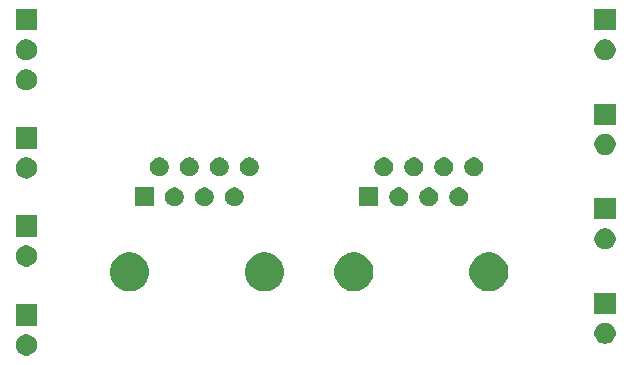
<source format=gbr>
G04 #@! TF.GenerationSoftware,KiCad,Pcbnew,5.1.5-52549c5~84~ubuntu18.04.1*
G04 #@! TF.CreationDate,2020-03-03T19:20:35-07:00*
G04 #@! TF.ProjectId,transmitter-test,7472616e-736d-4697-9474-65722d746573,rev?*
G04 #@! TF.SameCoordinates,Original*
G04 #@! TF.FileFunction,Soldermask,Bot*
G04 #@! TF.FilePolarity,Negative*
%FSLAX46Y46*%
G04 Gerber Fmt 4.6, Leading zero omitted, Abs format (unit mm)*
G04 Created by KiCad (PCBNEW 5.1.5-52549c5~84~ubuntu18.04.1) date 2020-03-03 19:20:35*
%MOMM*%
%LPD*%
G04 APERTURE LIST*
%ADD10C,0.100000*%
G04 APERTURE END LIST*
D10*
G36*
X88113512Y-94643927D02*
G01*
X88262812Y-94673624D01*
X88426784Y-94741544D01*
X88574354Y-94840147D01*
X88699853Y-94965646D01*
X88798456Y-95113216D01*
X88866376Y-95277188D01*
X88892072Y-95406375D01*
X88898960Y-95441000D01*
X88901000Y-95451259D01*
X88901000Y-95628741D01*
X88866376Y-95802812D01*
X88798456Y-95966784D01*
X88699853Y-96114354D01*
X88574354Y-96239853D01*
X88426784Y-96338456D01*
X88262812Y-96406376D01*
X88113512Y-96436073D01*
X88088742Y-96441000D01*
X87911258Y-96441000D01*
X87886488Y-96436073D01*
X87737188Y-96406376D01*
X87573216Y-96338456D01*
X87425646Y-96239853D01*
X87300147Y-96114354D01*
X87201544Y-95966784D01*
X87133624Y-95802812D01*
X87099000Y-95628741D01*
X87099000Y-95451259D01*
X87101041Y-95441000D01*
X87107928Y-95406375D01*
X87133624Y-95277188D01*
X87201544Y-95113216D01*
X87300147Y-94965646D01*
X87425646Y-94840147D01*
X87573216Y-94741544D01*
X87737188Y-94673624D01*
X87886488Y-94643927D01*
X87911258Y-94639000D01*
X88088742Y-94639000D01*
X88113512Y-94643927D01*
G37*
G36*
X137113512Y-93643927D02*
G01*
X137262812Y-93673624D01*
X137426784Y-93741544D01*
X137574354Y-93840147D01*
X137699853Y-93965646D01*
X137798456Y-94113216D01*
X137866376Y-94277188D01*
X137896073Y-94426488D01*
X137901000Y-94451258D01*
X137901000Y-94628742D01*
X137896073Y-94653512D01*
X137866376Y-94802812D01*
X137798456Y-94966784D01*
X137699853Y-95114354D01*
X137574354Y-95239853D01*
X137426784Y-95338456D01*
X137262812Y-95406376D01*
X137113512Y-95436073D01*
X137088742Y-95441000D01*
X136911258Y-95441000D01*
X136886488Y-95436073D01*
X136737188Y-95406376D01*
X136573216Y-95338456D01*
X136425646Y-95239853D01*
X136300147Y-95114354D01*
X136201544Y-94966784D01*
X136133624Y-94802812D01*
X136103927Y-94653512D01*
X136099000Y-94628742D01*
X136099000Y-94451258D01*
X136103927Y-94426488D01*
X136133624Y-94277188D01*
X136201544Y-94113216D01*
X136300147Y-93965646D01*
X136425646Y-93840147D01*
X136573216Y-93741544D01*
X136737188Y-93673624D01*
X136886488Y-93643927D01*
X136911258Y-93639000D01*
X137088742Y-93639000D01*
X137113512Y-93643927D01*
G37*
G36*
X88901000Y-93901000D02*
G01*
X87099000Y-93901000D01*
X87099000Y-92099000D01*
X88901000Y-92099000D01*
X88901000Y-93901000D01*
G37*
G36*
X137901000Y-92901000D02*
G01*
X136099000Y-92901000D01*
X136099000Y-91099000D01*
X137901000Y-91099000D01*
X137901000Y-92901000D01*
G37*
G36*
X116084593Y-87737188D02*
G01*
X116211579Y-87762447D01*
X116512042Y-87886903D01*
X116782451Y-88067585D01*
X117012415Y-88297549D01*
X117193097Y-88567958D01*
X117317553Y-88868421D01*
X117381000Y-89187391D01*
X117381000Y-89512609D01*
X117317553Y-89831579D01*
X117193097Y-90132042D01*
X117012415Y-90402451D01*
X116782451Y-90632415D01*
X116512042Y-90813097D01*
X116211579Y-90937553D01*
X116105256Y-90958702D01*
X115892611Y-91001000D01*
X115567389Y-91001000D01*
X115354744Y-90958702D01*
X115248421Y-90937553D01*
X114947958Y-90813097D01*
X114677549Y-90632415D01*
X114447585Y-90402451D01*
X114266903Y-90132042D01*
X114142447Y-89831579D01*
X114079000Y-89512609D01*
X114079000Y-89187391D01*
X114142447Y-88868421D01*
X114266903Y-88567958D01*
X114447585Y-88297549D01*
X114677549Y-88067585D01*
X114947958Y-87886903D01*
X115248421Y-87762447D01*
X115375407Y-87737188D01*
X115567389Y-87699000D01*
X115892611Y-87699000D01*
X116084593Y-87737188D01*
G37*
G36*
X108514593Y-87737188D02*
G01*
X108641579Y-87762447D01*
X108942042Y-87886903D01*
X109212451Y-88067585D01*
X109442415Y-88297549D01*
X109623097Y-88567958D01*
X109747553Y-88868421D01*
X109811000Y-89187391D01*
X109811000Y-89512609D01*
X109747553Y-89831579D01*
X109623097Y-90132042D01*
X109442415Y-90402451D01*
X109212451Y-90632415D01*
X108942042Y-90813097D01*
X108641579Y-90937553D01*
X108535256Y-90958702D01*
X108322611Y-91001000D01*
X107997389Y-91001000D01*
X107784744Y-90958702D01*
X107678421Y-90937553D01*
X107377958Y-90813097D01*
X107107549Y-90632415D01*
X106877585Y-90402451D01*
X106696903Y-90132042D01*
X106572447Y-89831579D01*
X106509000Y-89512609D01*
X106509000Y-89187391D01*
X106572447Y-88868421D01*
X106696903Y-88567958D01*
X106877585Y-88297549D01*
X107107549Y-88067585D01*
X107377958Y-87886903D01*
X107678421Y-87762447D01*
X107805407Y-87737188D01*
X107997389Y-87699000D01*
X108322611Y-87699000D01*
X108514593Y-87737188D01*
G37*
G36*
X97084593Y-87737188D02*
G01*
X97211579Y-87762447D01*
X97512042Y-87886903D01*
X97782451Y-88067585D01*
X98012415Y-88297549D01*
X98193097Y-88567958D01*
X98317553Y-88868421D01*
X98381000Y-89187391D01*
X98381000Y-89512609D01*
X98317553Y-89831579D01*
X98193097Y-90132042D01*
X98012415Y-90402451D01*
X97782451Y-90632415D01*
X97512042Y-90813097D01*
X97211579Y-90937553D01*
X97105256Y-90958702D01*
X96892611Y-91001000D01*
X96567389Y-91001000D01*
X96354744Y-90958702D01*
X96248421Y-90937553D01*
X95947958Y-90813097D01*
X95677549Y-90632415D01*
X95447585Y-90402451D01*
X95266903Y-90132042D01*
X95142447Y-89831579D01*
X95079000Y-89512609D01*
X95079000Y-89187391D01*
X95142447Y-88868421D01*
X95266903Y-88567958D01*
X95447585Y-88297549D01*
X95677549Y-88067585D01*
X95947958Y-87886903D01*
X96248421Y-87762447D01*
X96375407Y-87737188D01*
X96567389Y-87699000D01*
X96892611Y-87699000D01*
X97084593Y-87737188D01*
G37*
G36*
X127514593Y-87737188D02*
G01*
X127641579Y-87762447D01*
X127942042Y-87886903D01*
X128212451Y-88067585D01*
X128442415Y-88297549D01*
X128623097Y-88567958D01*
X128747553Y-88868421D01*
X128811000Y-89187391D01*
X128811000Y-89512609D01*
X128747553Y-89831579D01*
X128623097Y-90132042D01*
X128442415Y-90402451D01*
X128212451Y-90632415D01*
X127942042Y-90813097D01*
X127641579Y-90937553D01*
X127535256Y-90958702D01*
X127322611Y-91001000D01*
X126997389Y-91001000D01*
X126784744Y-90958702D01*
X126678421Y-90937553D01*
X126377958Y-90813097D01*
X126107549Y-90632415D01*
X125877585Y-90402451D01*
X125696903Y-90132042D01*
X125572447Y-89831579D01*
X125509000Y-89512609D01*
X125509000Y-89187391D01*
X125572447Y-88868421D01*
X125696903Y-88567958D01*
X125877585Y-88297549D01*
X126107549Y-88067585D01*
X126377958Y-87886903D01*
X126678421Y-87762447D01*
X126805407Y-87737188D01*
X126997389Y-87699000D01*
X127322611Y-87699000D01*
X127514593Y-87737188D01*
G37*
G36*
X88113512Y-87103927D02*
G01*
X88262812Y-87133624D01*
X88426784Y-87201544D01*
X88574354Y-87300147D01*
X88699853Y-87425646D01*
X88798456Y-87573216D01*
X88866376Y-87737188D01*
X88901000Y-87911259D01*
X88901000Y-88088741D01*
X88866376Y-88262812D01*
X88798456Y-88426784D01*
X88699853Y-88574354D01*
X88574354Y-88699853D01*
X88426784Y-88798456D01*
X88262812Y-88866376D01*
X88113512Y-88896073D01*
X88088742Y-88901000D01*
X87911258Y-88901000D01*
X87886488Y-88896073D01*
X87737188Y-88866376D01*
X87573216Y-88798456D01*
X87425646Y-88699853D01*
X87300147Y-88574354D01*
X87201544Y-88426784D01*
X87133624Y-88262812D01*
X87099000Y-88088741D01*
X87099000Y-87911259D01*
X87133624Y-87737188D01*
X87201544Y-87573216D01*
X87300147Y-87425646D01*
X87425646Y-87300147D01*
X87573216Y-87201544D01*
X87737188Y-87133624D01*
X87886488Y-87103927D01*
X87911258Y-87099000D01*
X88088742Y-87099000D01*
X88113512Y-87103927D01*
G37*
G36*
X137113512Y-85643927D02*
G01*
X137262812Y-85673624D01*
X137426784Y-85741544D01*
X137574354Y-85840147D01*
X137699853Y-85965646D01*
X137798456Y-86113216D01*
X137866376Y-86277188D01*
X137901000Y-86451259D01*
X137901000Y-86628741D01*
X137866376Y-86802812D01*
X137798456Y-86966784D01*
X137699853Y-87114354D01*
X137574354Y-87239853D01*
X137426784Y-87338456D01*
X137262812Y-87406376D01*
X137113512Y-87436073D01*
X137088742Y-87441000D01*
X136911258Y-87441000D01*
X136886488Y-87436073D01*
X136737188Y-87406376D01*
X136573216Y-87338456D01*
X136425646Y-87239853D01*
X136300147Y-87114354D01*
X136201544Y-86966784D01*
X136133624Y-86802812D01*
X136099000Y-86628741D01*
X136099000Y-86451259D01*
X136133624Y-86277188D01*
X136201544Y-86113216D01*
X136300147Y-85965646D01*
X136425646Y-85840147D01*
X136573216Y-85741544D01*
X136737188Y-85673624D01*
X136886488Y-85643927D01*
X136911258Y-85639000D01*
X137088742Y-85639000D01*
X137113512Y-85643927D01*
G37*
G36*
X88901000Y-86361000D02*
G01*
X87099000Y-86361000D01*
X87099000Y-84559000D01*
X88901000Y-84559000D01*
X88901000Y-86361000D01*
G37*
G36*
X137901000Y-84901000D02*
G01*
X136099000Y-84901000D01*
X136099000Y-83099000D01*
X137901000Y-83099000D01*
X137901000Y-84901000D01*
G37*
G36*
X117801000Y-83801000D02*
G01*
X116199000Y-83801000D01*
X116199000Y-82199000D01*
X117801000Y-82199000D01*
X117801000Y-83801000D01*
G37*
G36*
X98801000Y-83801000D02*
G01*
X97199000Y-83801000D01*
X97199000Y-82199000D01*
X98801000Y-82199000D01*
X98801000Y-83801000D01*
G37*
G36*
X119773642Y-82229781D02*
G01*
X119919414Y-82290162D01*
X119919416Y-82290163D01*
X120050608Y-82377822D01*
X120162178Y-82489392D01*
X120249837Y-82620584D01*
X120249838Y-82620586D01*
X120310219Y-82766358D01*
X120341000Y-82921107D01*
X120341000Y-83078893D01*
X120310219Y-83233642D01*
X120249838Y-83379414D01*
X120249837Y-83379416D01*
X120162178Y-83510608D01*
X120050608Y-83622178D01*
X119919416Y-83709837D01*
X119919415Y-83709838D01*
X119919414Y-83709838D01*
X119773642Y-83770219D01*
X119618893Y-83801000D01*
X119461107Y-83801000D01*
X119306358Y-83770219D01*
X119160586Y-83709838D01*
X119160585Y-83709838D01*
X119160584Y-83709837D01*
X119029392Y-83622178D01*
X118917822Y-83510608D01*
X118830163Y-83379416D01*
X118830162Y-83379414D01*
X118769781Y-83233642D01*
X118739000Y-83078893D01*
X118739000Y-82921107D01*
X118769781Y-82766358D01*
X118830162Y-82620586D01*
X118830163Y-82620584D01*
X118917822Y-82489392D01*
X119029392Y-82377822D01*
X119160584Y-82290163D01*
X119160586Y-82290162D01*
X119306358Y-82229781D01*
X119461107Y-82199000D01*
X119618893Y-82199000D01*
X119773642Y-82229781D01*
G37*
G36*
X122313642Y-82229781D02*
G01*
X122459414Y-82290162D01*
X122459416Y-82290163D01*
X122590608Y-82377822D01*
X122702178Y-82489392D01*
X122789837Y-82620584D01*
X122789838Y-82620586D01*
X122850219Y-82766358D01*
X122881000Y-82921107D01*
X122881000Y-83078893D01*
X122850219Y-83233642D01*
X122789838Y-83379414D01*
X122789837Y-83379416D01*
X122702178Y-83510608D01*
X122590608Y-83622178D01*
X122459416Y-83709837D01*
X122459415Y-83709838D01*
X122459414Y-83709838D01*
X122313642Y-83770219D01*
X122158893Y-83801000D01*
X122001107Y-83801000D01*
X121846358Y-83770219D01*
X121700586Y-83709838D01*
X121700585Y-83709838D01*
X121700584Y-83709837D01*
X121569392Y-83622178D01*
X121457822Y-83510608D01*
X121370163Y-83379416D01*
X121370162Y-83379414D01*
X121309781Y-83233642D01*
X121279000Y-83078893D01*
X121279000Y-82921107D01*
X121309781Y-82766358D01*
X121370162Y-82620586D01*
X121370163Y-82620584D01*
X121457822Y-82489392D01*
X121569392Y-82377822D01*
X121700584Y-82290163D01*
X121700586Y-82290162D01*
X121846358Y-82229781D01*
X122001107Y-82199000D01*
X122158893Y-82199000D01*
X122313642Y-82229781D01*
G37*
G36*
X105853642Y-82229781D02*
G01*
X105999414Y-82290162D01*
X105999416Y-82290163D01*
X106130608Y-82377822D01*
X106242178Y-82489392D01*
X106329837Y-82620584D01*
X106329838Y-82620586D01*
X106390219Y-82766358D01*
X106421000Y-82921107D01*
X106421000Y-83078893D01*
X106390219Y-83233642D01*
X106329838Y-83379414D01*
X106329837Y-83379416D01*
X106242178Y-83510608D01*
X106130608Y-83622178D01*
X105999416Y-83709837D01*
X105999415Y-83709838D01*
X105999414Y-83709838D01*
X105853642Y-83770219D01*
X105698893Y-83801000D01*
X105541107Y-83801000D01*
X105386358Y-83770219D01*
X105240586Y-83709838D01*
X105240585Y-83709838D01*
X105240584Y-83709837D01*
X105109392Y-83622178D01*
X104997822Y-83510608D01*
X104910163Y-83379416D01*
X104910162Y-83379414D01*
X104849781Y-83233642D01*
X104819000Y-83078893D01*
X104819000Y-82921107D01*
X104849781Y-82766358D01*
X104910162Y-82620586D01*
X104910163Y-82620584D01*
X104997822Y-82489392D01*
X105109392Y-82377822D01*
X105240584Y-82290163D01*
X105240586Y-82290162D01*
X105386358Y-82229781D01*
X105541107Y-82199000D01*
X105698893Y-82199000D01*
X105853642Y-82229781D01*
G37*
G36*
X124853642Y-82229781D02*
G01*
X124999414Y-82290162D01*
X124999416Y-82290163D01*
X125130608Y-82377822D01*
X125242178Y-82489392D01*
X125329837Y-82620584D01*
X125329838Y-82620586D01*
X125390219Y-82766358D01*
X125421000Y-82921107D01*
X125421000Y-83078893D01*
X125390219Y-83233642D01*
X125329838Y-83379414D01*
X125329837Y-83379416D01*
X125242178Y-83510608D01*
X125130608Y-83622178D01*
X124999416Y-83709837D01*
X124999415Y-83709838D01*
X124999414Y-83709838D01*
X124853642Y-83770219D01*
X124698893Y-83801000D01*
X124541107Y-83801000D01*
X124386358Y-83770219D01*
X124240586Y-83709838D01*
X124240585Y-83709838D01*
X124240584Y-83709837D01*
X124109392Y-83622178D01*
X123997822Y-83510608D01*
X123910163Y-83379416D01*
X123910162Y-83379414D01*
X123849781Y-83233642D01*
X123819000Y-83078893D01*
X123819000Y-82921107D01*
X123849781Y-82766358D01*
X123910162Y-82620586D01*
X123910163Y-82620584D01*
X123997822Y-82489392D01*
X124109392Y-82377822D01*
X124240584Y-82290163D01*
X124240586Y-82290162D01*
X124386358Y-82229781D01*
X124541107Y-82199000D01*
X124698893Y-82199000D01*
X124853642Y-82229781D01*
G37*
G36*
X103313642Y-82229781D02*
G01*
X103459414Y-82290162D01*
X103459416Y-82290163D01*
X103590608Y-82377822D01*
X103702178Y-82489392D01*
X103789837Y-82620584D01*
X103789838Y-82620586D01*
X103850219Y-82766358D01*
X103881000Y-82921107D01*
X103881000Y-83078893D01*
X103850219Y-83233642D01*
X103789838Y-83379414D01*
X103789837Y-83379416D01*
X103702178Y-83510608D01*
X103590608Y-83622178D01*
X103459416Y-83709837D01*
X103459415Y-83709838D01*
X103459414Y-83709838D01*
X103313642Y-83770219D01*
X103158893Y-83801000D01*
X103001107Y-83801000D01*
X102846358Y-83770219D01*
X102700586Y-83709838D01*
X102700585Y-83709838D01*
X102700584Y-83709837D01*
X102569392Y-83622178D01*
X102457822Y-83510608D01*
X102370163Y-83379416D01*
X102370162Y-83379414D01*
X102309781Y-83233642D01*
X102279000Y-83078893D01*
X102279000Y-82921107D01*
X102309781Y-82766358D01*
X102370162Y-82620586D01*
X102370163Y-82620584D01*
X102457822Y-82489392D01*
X102569392Y-82377822D01*
X102700584Y-82290163D01*
X102700586Y-82290162D01*
X102846358Y-82229781D01*
X103001107Y-82199000D01*
X103158893Y-82199000D01*
X103313642Y-82229781D01*
G37*
G36*
X100773642Y-82229781D02*
G01*
X100919414Y-82290162D01*
X100919416Y-82290163D01*
X101050608Y-82377822D01*
X101162178Y-82489392D01*
X101249837Y-82620584D01*
X101249838Y-82620586D01*
X101310219Y-82766358D01*
X101341000Y-82921107D01*
X101341000Y-83078893D01*
X101310219Y-83233642D01*
X101249838Y-83379414D01*
X101249837Y-83379416D01*
X101162178Y-83510608D01*
X101050608Y-83622178D01*
X100919416Y-83709837D01*
X100919415Y-83709838D01*
X100919414Y-83709838D01*
X100773642Y-83770219D01*
X100618893Y-83801000D01*
X100461107Y-83801000D01*
X100306358Y-83770219D01*
X100160586Y-83709838D01*
X100160585Y-83709838D01*
X100160584Y-83709837D01*
X100029392Y-83622178D01*
X99917822Y-83510608D01*
X99830163Y-83379416D01*
X99830162Y-83379414D01*
X99769781Y-83233642D01*
X99739000Y-83078893D01*
X99739000Y-82921107D01*
X99769781Y-82766358D01*
X99830162Y-82620586D01*
X99830163Y-82620584D01*
X99917822Y-82489392D01*
X100029392Y-82377822D01*
X100160584Y-82290163D01*
X100160586Y-82290162D01*
X100306358Y-82229781D01*
X100461107Y-82199000D01*
X100618893Y-82199000D01*
X100773642Y-82229781D01*
G37*
G36*
X88113512Y-79643927D02*
G01*
X88262812Y-79673624D01*
X88426784Y-79741544D01*
X88574354Y-79840147D01*
X88699853Y-79965646D01*
X88798456Y-80113216D01*
X88866376Y-80277188D01*
X88901000Y-80451259D01*
X88901000Y-80628741D01*
X88866376Y-80802812D01*
X88798456Y-80966784D01*
X88699853Y-81114354D01*
X88574354Y-81239853D01*
X88426784Y-81338456D01*
X88262812Y-81406376D01*
X88113512Y-81436073D01*
X88088742Y-81441000D01*
X87911258Y-81441000D01*
X87886488Y-81436073D01*
X87737188Y-81406376D01*
X87573216Y-81338456D01*
X87425646Y-81239853D01*
X87300147Y-81114354D01*
X87201544Y-80966784D01*
X87133624Y-80802812D01*
X87099000Y-80628741D01*
X87099000Y-80451259D01*
X87133624Y-80277188D01*
X87201544Y-80113216D01*
X87300147Y-79965646D01*
X87425646Y-79840147D01*
X87573216Y-79741544D01*
X87737188Y-79673624D01*
X87886488Y-79643927D01*
X87911258Y-79639000D01*
X88088742Y-79639000D01*
X88113512Y-79643927D01*
G37*
G36*
X99503642Y-79689781D02*
G01*
X99628608Y-79741544D01*
X99649416Y-79750163D01*
X99780608Y-79837822D01*
X99892178Y-79949392D01*
X99903038Y-79965646D01*
X99979838Y-80080586D01*
X100040219Y-80226358D01*
X100071000Y-80381107D01*
X100071000Y-80538893D01*
X100040219Y-80693642D01*
X99994999Y-80802812D01*
X99979837Y-80839416D01*
X99892178Y-80970608D01*
X99780608Y-81082178D01*
X99649416Y-81169837D01*
X99649415Y-81169838D01*
X99649414Y-81169838D01*
X99503642Y-81230219D01*
X99348893Y-81261000D01*
X99191107Y-81261000D01*
X99036358Y-81230219D01*
X98890586Y-81169838D01*
X98890585Y-81169838D01*
X98890584Y-81169837D01*
X98759392Y-81082178D01*
X98647822Y-80970608D01*
X98560163Y-80839416D01*
X98545001Y-80802812D01*
X98499781Y-80693642D01*
X98469000Y-80538893D01*
X98469000Y-80381107D01*
X98499781Y-80226358D01*
X98560162Y-80080586D01*
X98636962Y-79965646D01*
X98647822Y-79949392D01*
X98759392Y-79837822D01*
X98890584Y-79750163D01*
X98911392Y-79741544D01*
X99036358Y-79689781D01*
X99191107Y-79659000D01*
X99348893Y-79659000D01*
X99503642Y-79689781D01*
G37*
G36*
X126123642Y-79689781D02*
G01*
X126248608Y-79741544D01*
X126269416Y-79750163D01*
X126400608Y-79837822D01*
X126512178Y-79949392D01*
X126523038Y-79965646D01*
X126599838Y-80080586D01*
X126660219Y-80226358D01*
X126691000Y-80381107D01*
X126691000Y-80538893D01*
X126660219Y-80693642D01*
X126614999Y-80802812D01*
X126599837Y-80839416D01*
X126512178Y-80970608D01*
X126400608Y-81082178D01*
X126269416Y-81169837D01*
X126269415Y-81169838D01*
X126269414Y-81169838D01*
X126123642Y-81230219D01*
X125968893Y-81261000D01*
X125811107Y-81261000D01*
X125656358Y-81230219D01*
X125510586Y-81169838D01*
X125510585Y-81169838D01*
X125510584Y-81169837D01*
X125379392Y-81082178D01*
X125267822Y-80970608D01*
X125180163Y-80839416D01*
X125165001Y-80802812D01*
X125119781Y-80693642D01*
X125089000Y-80538893D01*
X125089000Y-80381107D01*
X125119781Y-80226358D01*
X125180162Y-80080586D01*
X125256962Y-79965646D01*
X125267822Y-79949392D01*
X125379392Y-79837822D01*
X125510584Y-79750163D01*
X125531392Y-79741544D01*
X125656358Y-79689781D01*
X125811107Y-79659000D01*
X125968893Y-79659000D01*
X126123642Y-79689781D01*
G37*
G36*
X123583642Y-79689781D02*
G01*
X123708608Y-79741544D01*
X123729416Y-79750163D01*
X123860608Y-79837822D01*
X123972178Y-79949392D01*
X123983038Y-79965646D01*
X124059838Y-80080586D01*
X124120219Y-80226358D01*
X124151000Y-80381107D01*
X124151000Y-80538893D01*
X124120219Y-80693642D01*
X124074999Y-80802812D01*
X124059837Y-80839416D01*
X123972178Y-80970608D01*
X123860608Y-81082178D01*
X123729416Y-81169837D01*
X123729415Y-81169838D01*
X123729414Y-81169838D01*
X123583642Y-81230219D01*
X123428893Y-81261000D01*
X123271107Y-81261000D01*
X123116358Y-81230219D01*
X122970586Y-81169838D01*
X122970585Y-81169838D01*
X122970584Y-81169837D01*
X122839392Y-81082178D01*
X122727822Y-80970608D01*
X122640163Y-80839416D01*
X122625001Y-80802812D01*
X122579781Y-80693642D01*
X122549000Y-80538893D01*
X122549000Y-80381107D01*
X122579781Y-80226358D01*
X122640162Y-80080586D01*
X122716962Y-79965646D01*
X122727822Y-79949392D01*
X122839392Y-79837822D01*
X122970584Y-79750163D01*
X122991392Y-79741544D01*
X123116358Y-79689781D01*
X123271107Y-79659000D01*
X123428893Y-79659000D01*
X123583642Y-79689781D01*
G37*
G36*
X102043642Y-79689781D02*
G01*
X102168608Y-79741544D01*
X102189416Y-79750163D01*
X102320608Y-79837822D01*
X102432178Y-79949392D01*
X102443038Y-79965646D01*
X102519838Y-80080586D01*
X102580219Y-80226358D01*
X102611000Y-80381107D01*
X102611000Y-80538893D01*
X102580219Y-80693642D01*
X102534999Y-80802812D01*
X102519837Y-80839416D01*
X102432178Y-80970608D01*
X102320608Y-81082178D01*
X102189416Y-81169837D01*
X102189415Y-81169838D01*
X102189414Y-81169838D01*
X102043642Y-81230219D01*
X101888893Y-81261000D01*
X101731107Y-81261000D01*
X101576358Y-81230219D01*
X101430586Y-81169838D01*
X101430585Y-81169838D01*
X101430584Y-81169837D01*
X101299392Y-81082178D01*
X101187822Y-80970608D01*
X101100163Y-80839416D01*
X101085001Y-80802812D01*
X101039781Y-80693642D01*
X101009000Y-80538893D01*
X101009000Y-80381107D01*
X101039781Y-80226358D01*
X101100162Y-80080586D01*
X101176962Y-79965646D01*
X101187822Y-79949392D01*
X101299392Y-79837822D01*
X101430584Y-79750163D01*
X101451392Y-79741544D01*
X101576358Y-79689781D01*
X101731107Y-79659000D01*
X101888893Y-79659000D01*
X102043642Y-79689781D01*
G37*
G36*
X104583642Y-79689781D02*
G01*
X104708608Y-79741544D01*
X104729416Y-79750163D01*
X104860608Y-79837822D01*
X104972178Y-79949392D01*
X104983038Y-79965646D01*
X105059838Y-80080586D01*
X105120219Y-80226358D01*
X105151000Y-80381107D01*
X105151000Y-80538893D01*
X105120219Y-80693642D01*
X105074999Y-80802812D01*
X105059837Y-80839416D01*
X104972178Y-80970608D01*
X104860608Y-81082178D01*
X104729416Y-81169837D01*
X104729415Y-81169838D01*
X104729414Y-81169838D01*
X104583642Y-81230219D01*
X104428893Y-81261000D01*
X104271107Y-81261000D01*
X104116358Y-81230219D01*
X103970586Y-81169838D01*
X103970585Y-81169838D01*
X103970584Y-81169837D01*
X103839392Y-81082178D01*
X103727822Y-80970608D01*
X103640163Y-80839416D01*
X103625001Y-80802812D01*
X103579781Y-80693642D01*
X103549000Y-80538893D01*
X103549000Y-80381107D01*
X103579781Y-80226358D01*
X103640162Y-80080586D01*
X103716962Y-79965646D01*
X103727822Y-79949392D01*
X103839392Y-79837822D01*
X103970584Y-79750163D01*
X103991392Y-79741544D01*
X104116358Y-79689781D01*
X104271107Y-79659000D01*
X104428893Y-79659000D01*
X104583642Y-79689781D01*
G37*
G36*
X118503642Y-79689781D02*
G01*
X118628608Y-79741544D01*
X118649416Y-79750163D01*
X118780608Y-79837822D01*
X118892178Y-79949392D01*
X118903038Y-79965646D01*
X118979838Y-80080586D01*
X119040219Y-80226358D01*
X119071000Y-80381107D01*
X119071000Y-80538893D01*
X119040219Y-80693642D01*
X118994999Y-80802812D01*
X118979837Y-80839416D01*
X118892178Y-80970608D01*
X118780608Y-81082178D01*
X118649416Y-81169837D01*
X118649415Y-81169838D01*
X118649414Y-81169838D01*
X118503642Y-81230219D01*
X118348893Y-81261000D01*
X118191107Y-81261000D01*
X118036358Y-81230219D01*
X117890586Y-81169838D01*
X117890585Y-81169838D01*
X117890584Y-81169837D01*
X117759392Y-81082178D01*
X117647822Y-80970608D01*
X117560163Y-80839416D01*
X117545001Y-80802812D01*
X117499781Y-80693642D01*
X117469000Y-80538893D01*
X117469000Y-80381107D01*
X117499781Y-80226358D01*
X117560162Y-80080586D01*
X117636962Y-79965646D01*
X117647822Y-79949392D01*
X117759392Y-79837822D01*
X117890584Y-79750163D01*
X117911392Y-79741544D01*
X118036358Y-79689781D01*
X118191107Y-79659000D01*
X118348893Y-79659000D01*
X118503642Y-79689781D01*
G37*
G36*
X121043642Y-79689781D02*
G01*
X121168608Y-79741544D01*
X121189416Y-79750163D01*
X121320608Y-79837822D01*
X121432178Y-79949392D01*
X121443038Y-79965646D01*
X121519838Y-80080586D01*
X121580219Y-80226358D01*
X121611000Y-80381107D01*
X121611000Y-80538893D01*
X121580219Y-80693642D01*
X121534999Y-80802812D01*
X121519837Y-80839416D01*
X121432178Y-80970608D01*
X121320608Y-81082178D01*
X121189416Y-81169837D01*
X121189415Y-81169838D01*
X121189414Y-81169838D01*
X121043642Y-81230219D01*
X120888893Y-81261000D01*
X120731107Y-81261000D01*
X120576358Y-81230219D01*
X120430586Y-81169838D01*
X120430585Y-81169838D01*
X120430584Y-81169837D01*
X120299392Y-81082178D01*
X120187822Y-80970608D01*
X120100163Y-80839416D01*
X120085001Y-80802812D01*
X120039781Y-80693642D01*
X120009000Y-80538893D01*
X120009000Y-80381107D01*
X120039781Y-80226358D01*
X120100162Y-80080586D01*
X120176962Y-79965646D01*
X120187822Y-79949392D01*
X120299392Y-79837822D01*
X120430584Y-79750163D01*
X120451392Y-79741544D01*
X120576358Y-79689781D01*
X120731107Y-79659000D01*
X120888893Y-79659000D01*
X121043642Y-79689781D01*
G37*
G36*
X107123642Y-79689781D02*
G01*
X107248608Y-79741544D01*
X107269416Y-79750163D01*
X107400608Y-79837822D01*
X107512178Y-79949392D01*
X107523038Y-79965646D01*
X107599838Y-80080586D01*
X107660219Y-80226358D01*
X107691000Y-80381107D01*
X107691000Y-80538893D01*
X107660219Y-80693642D01*
X107614999Y-80802812D01*
X107599837Y-80839416D01*
X107512178Y-80970608D01*
X107400608Y-81082178D01*
X107269416Y-81169837D01*
X107269415Y-81169838D01*
X107269414Y-81169838D01*
X107123642Y-81230219D01*
X106968893Y-81261000D01*
X106811107Y-81261000D01*
X106656358Y-81230219D01*
X106510586Y-81169838D01*
X106510585Y-81169838D01*
X106510584Y-81169837D01*
X106379392Y-81082178D01*
X106267822Y-80970608D01*
X106180163Y-80839416D01*
X106165001Y-80802812D01*
X106119781Y-80693642D01*
X106089000Y-80538893D01*
X106089000Y-80381107D01*
X106119781Y-80226358D01*
X106180162Y-80080586D01*
X106256962Y-79965646D01*
X106267822Y-79949392D01*
X106379392Y-79837822D01*
X106510584Y-79750163D01*
X106531392Y-79741544D01*
X106656358Y-79689781D01*
X106811107Y-79659000D01*
X106968893Y-79659000D01*
X107123642Y-79689781D01*
G37*
G36*
X137113512Y-77643927D02*
G01*
X137262812Y-77673624D01*
X137426784Y-77741544D01*
X137574354Y-77840147D01*
X137699853Y-77965646D01*
X137798456Y-78113216D01*
X137866376Y-78277188D01*
X137901000Y-78451259D01*
X137901000Y-78628741D01*
X137866376Y-78802812D01*
X137798456Y-78966784D01*
X137699853Y-79114354D01*
X137574354Y-79239853D01*
X137426784Y-79338456D01*
X137262812Y-79406376D01*
X137113512Y-79436073D01*
X137088742Y-79441000D01*
X136911258Y-79441000D01*
X136886488Y-79436073D01*
X136737188Y-79406376D01*
X136573216Y-79338456D01*
X136425646Y-79239853D01*
X136300147Y-79114354D01*
X136201544Y-78966784D01*
X136133624Y-78802812D01*
X136099000Y-78628741D01*
X136099000Y-78451259D01*
X136133624Y-78277188D01*
X136201544Y-78113216D01*
X136300147Y-77965646D01*
X136425646Y-77840147D01*
X136573216Y-77741544D01*
X136737188Y-77673624D01*
X136886488Y-77643927D01*
X136911258Y-77639000D01*
X137088742Y-77639000D01*
X137113512Y-77643927D01*
G37*
G36*
X88901000Y-78901000D02*
G01*
X87099000Y-78901000D01*
X87099000Y-77099000D01*
X88901000Y-77099000D01*
X88901000Y-78901000D01*
G37*
G36*
X137901000Y-76901000D02*
G01*
X136099000Y-76901000D01*
X136099000Y-75099000D01*
X137901000Y-75099000D01*
X137901000Y-76901000D01*
G37*
G36*
X88113512Y-72183927D02*
G01*
X88262812Y-72213624D01*
X88426784Y-72281544D01*
X88574354Y-72380147D01*
X88699853Y-72505646D01*
X88798456Y-72653216D01*
X88866376Y-72817188D01*
X88901000Y-72991259D01*
X88901000Y-73168741D01*
X88866376Y-73342812D01*
X88798456Y-73506784D01*
X88699853Y-73654354D01*
X88574354Y-73779853D01*
X88426784Y-73878456D01*
X88262812Y-73946376D01*
X88113512Y-73976073D01*
X88088742Y-73981000D01*
X87911258Y-73981000D01*
X87886488Y-73976073D01*
X87737188Y-73946376D01*
X87573216Y-73878456D01*
X87425646Y-73779853D01*
X87300147Y-73654354D01*
X87201544Y-73506784D01*
X87133624Y-73342812D01*
X87099000Y-73168741D01*
X87099000Y-72991259D01*
X87133624Y-72817188D01*
X87201544Y-72653216D01*
X87300147Y-72505646D01*
X87425646Y-72380147D01*
X87573216Y-72281544D01*
X87737188Y-72213624D01*
X87886488Y-72183927D01*
X87911258Y-72179000D01*
X88088742Y-72179000D01*
X88113512Y-72183927D01*
G37*
G36*
X137113512Y-69643927D02*
G01*
X137262812Y-69673624D01*
X137426784Y-69741544D01*
X137574354Y-69840147D01*
X137699853Y-69965646D01*
X137798456Y-70113216D01*
X137866376Y-70277188D01*
X137901000Y-70451259D01*
X137901000Y-70628741D01*
X137866376Y-70802812D01*
X137798456Y-70966784D01*
X137699853Y-71114354D01*
X137574354Y-71239853D01*
X137426784Y-71338456D01*
X137262812Y-71406376D01*
X137113512Y-71436073D01*
X137088742Y-71441000D01*
X136911258Y-71441000D01*
X136886488Y-71436073D01*
X136737188Y-71406376D01*
X136573216Y-71338456D01*
X136425646Y-71239853D01*
X136300147Y-71114354D01*
X136201544Y-70966784D01*
X136133624Y-70802812D01*
X136099000Y-70628741D01*
X136099000Y-70451259D01*
X136133624Y-70277188D01*
X136201544Y-70113216D01*
X136300147Y-69965646D01*
X136425646Y-69840147D01*
X136573216Y-69741544D01*
X136737188Y-69673624D01*
X136886488Y-69643927D01*
X136911258Y-69639000D01*
X137088742Y-69639000D01*
X137113512Y-69643927D01*
G37*
G36*
X88113512Y-69643927D02*
G01*
X88262812Y-69673624D01*
X88426784Y-69741544D01*
X88574354Y-69840147D01*
X88699853Y-69965646D01*
X88798456Y-70113216D01*
X88866376Y-70277188D01*
X88901000Y-70451259D01*
X88901000Y-70628741D01*
X88866376Y-70802812D01*
X88798456Y-70966784D01*
X88699853Y-71114354D01*
X88574354Y-71239853D01*
X88426784Y-71338456D01*
X88262812Y-71406376D01*
X88113512Y-71436073D01*
X88088742Y-71441000D01*
X87911258Y-71441000D01*
X87886488Y-71436073D01*
X87737188Y-71406376D01*
X87573216Y-71338456D01*
X87425646Y-71239853D01*
X87300147Y-71114354D01*
X87201544Y-70966784D01*
X87133624Y-70802812D01*
X87099000Y-70628741D01*
X87099000Y-70451259D01*
X87133624Y-70277188D01*
X87201544Y-70113216D01*
X87300147Y-69965646D01*
X87425646Y-69840147D01*
X87573216Y-69741544D01*
X87737188Y-69673624D01*
X87886488Y-69643927D01*
X87911258Y-69639000D01*
X88088742Y-69639000D01*
X88113512Y-69643927D01*
G37*
G36*
X137901000Y-68901000D02*
G01*
X136099000Y-68901000D01*
X136099000Y-67099000D01*
X137901000Y-67099000D01*
X137901000Y-68901000D01*
G37*
G36*
X88901000Y-68901000D02*
G01*
X87099000Y-68901000D01*
X87099000Y-67099000D01*
X88901000Y-67099000D01*
X88901000Y-68901000D01*
G37*
M02*

</source>
